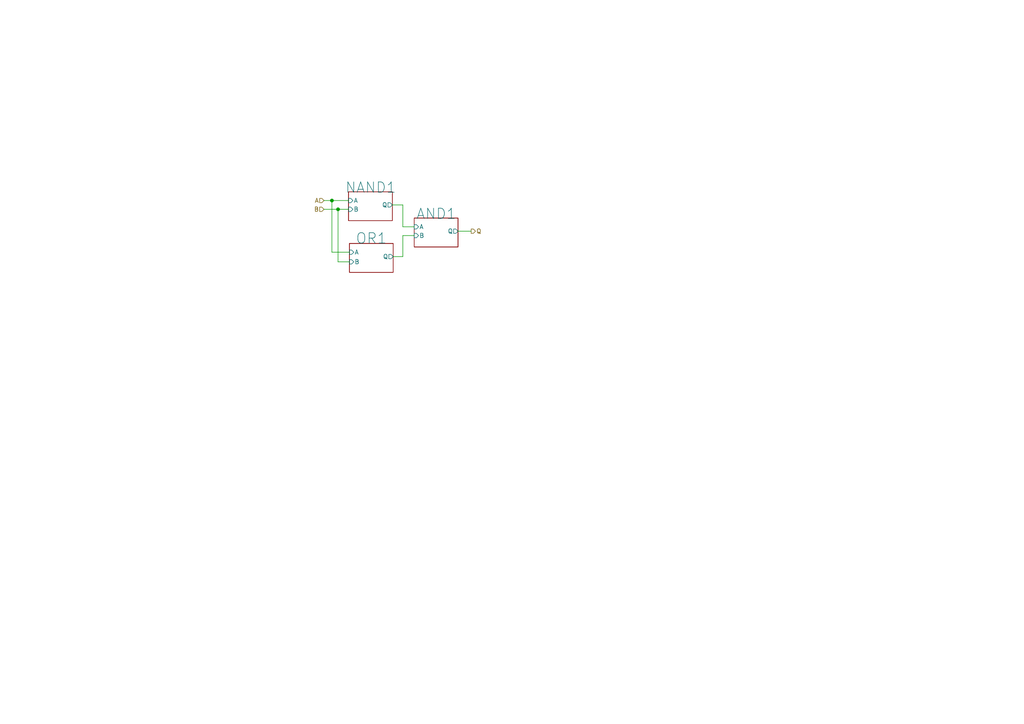
<source format=kicad_sch>
(kicad_sch (version 20211123) (generator eeschema)
  (paper "A4")
  (lib_symbols)
  (junction (at 96.266 58.166))
  (junction (at 98.044 60.706))
  (wire (pts (xy 93.98 60.706) (xy 98.044 60.706)))
  (wire (pts (xy 116.84 68.326) (xy 116.84 74.422)))
  (wire (pts (xy 96.266 73.152) (xy 101.346 73.152)))
  (wire (pts (xy 101.092 58.166) (xy 96.266 58.166)))
  (wire (pts (xy 96.266 58.166) (xy 96.266 73.152)))
  (wire (pts (xy 132.842 67.056) (xy 136.652 67.056)))
  (wire (pts (xy 101.092 60.706) (xy 98.044 60.706)))
  (wire (pts (xy 98.044 75.946) (xy 101.346 75.946)))
  (wire (pts (xy 116.84 65.786) (xy 120.142 65.786)))
  (wire (pts (xy 98.044 60.706) (xy 98.044 75.946)))
  (wire (pts (xy 116.84 59.436) (xy 116.84 65.786)))
  (wire (pts (xy 93.98 58.166) (xy 96.266 58.166)))
  (wire (pts (xy 113.792 59.436) (xy 116.84 59.436)))
  (wire (pts (xy 120.142 68.326) (xy 116.84 68.326)))
  (wire (pts (xy 116.84 74.422) (xy 114.046 74.422)))
  (hierarchical_label "Q" (shape output) (at 136.652 67.056 0))
  (hierarchical_label "A" (shape input) (at 93.98 58.166 180))
  (hierarchical_label "B" (shape input) (at 93.98 60.706 180))
  (sheet (at 101.346 70.612) (size 12.7 8.382) (stroke (width 0.1524))
    (property "Sheet name" "OR1" (at 103.124 70.866 0) (effects (font (size 3 3)) (justify left bottom)))
    (property "Sheet file" "OR.kicad_sch" (effects hide))
    (pin "A" input (at 101.346 73.152 180))
    (pin "B" input (at 101.346 75.946 180))
    (pin "Q" output (at 114.046 74.422 0))
  )
  (sheet (at 120.142 63.246) (size 12.7 8.382) (stroke (width 0.1524))
    (property "Sheet name" "AND1" (at 120.65 63.754 0) (effects (font (size 3 3)) (justify left bottom)))
    (property "Sheet file" "AND.kicad_sch" (effects hide))
    (pin "Q" output (at 132.842 67.056 0))
    (pin "A" input (at 120.142 65.786 180))
    (pin "B" input (at 120.142 68.326 180))
  )
  (sheet (at 101.092 55.626) (size 12.7 8.382) (stroke (width 0.1524))
    (property "Sheet name" "NAND1" (at 100.076 56.134 0) (effects (font (size 3 3)) (justify left bottom)))
    (property "Sheet file" "NAND.kicad_sch" (effects hide))
    (pin "B" input (at 101.092 60.706 180))
    (pin "A" input (at 101.092 58.166 180))
    (pin "Q" output (at 113.792 59.436 0))
  )
)
</source>
